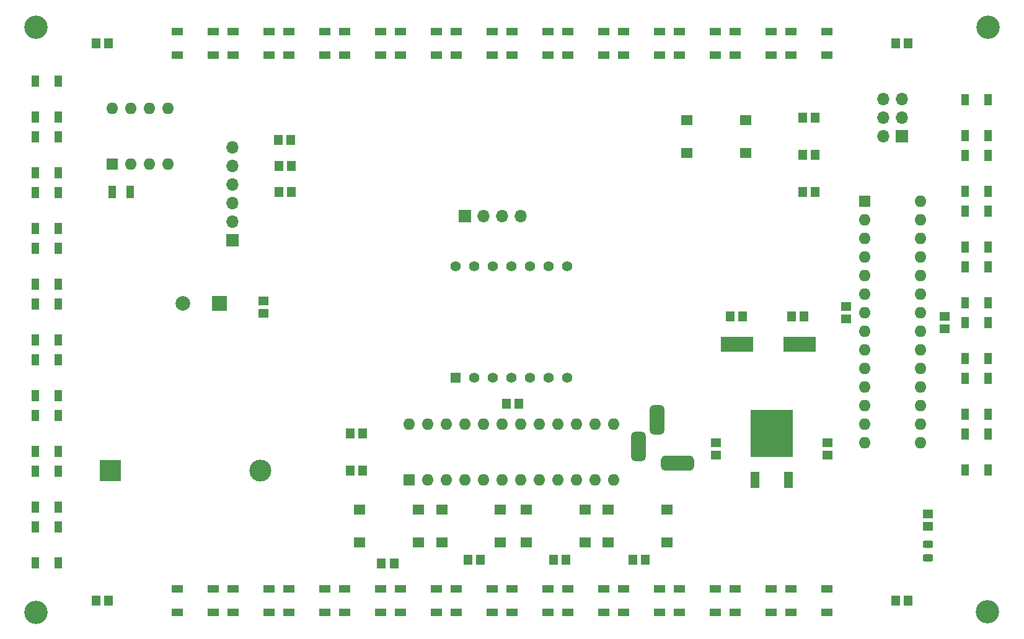
<source format=gbr>
%TF.GenerationSoftware,KiCad,Pcbnew,(6.0.5)*%
%TF.CreationDate,2022-07-21T22:29:02-04:00*%
%TF.ProjectId,clock,636c6f63-6b2e-46b6-9963-61645f706362,rev?*%
%TF.SameCoordinates,PX4cc9b70PY86327e0*%
%TF.FileFunction,Soldermask,Top*%
%TF.FilePolarity,Negative*%
%FSLAX46Y46*%
G04 Gerber Fmt 4.6, Leading zero omitted, Abs format (unit mm)*
G04 Created by KiCad (PCBNEW (6.0.5)) date 2022-07-21 22:29:02*
%MOMM*%
%LPD*%
G01*
G04 APERTURE LIST*
G04 Aperture macros list*
%AMRoundRect*
0 Rectangle with rounded corners*
0 $1 Rounding radius*
0 $2 $3 $4 $5 $6 $7 $8 $9 X,Y pos of 4 corners*
0 Add a 4 corners polygon primitive as box body*
4,1,4,$2,$3,$4,$5,$6,$7,$8,$9,$2,$3,0*
0 Add four circle primitives for the rounded corners*
1,1,$1+$1,$2,$3*
1,1,$1+$1,$4,$5*
1,1,$1+$1,$6,$7*
1,1,$1+$1,$8,$9*
0 Add four rect primitives between the rounded corners*
20,1,$1+$1,$2,$3,$4,$5,0*
20,1,$1+$1,$4,$5,$6,$7,0*
20,1,$1+$1,$6,$7,$8,$9,0*
20,1,$1+$1,$8,$9,$2,$3,0*%
G04 Aperture macros list end*
%ADD10R,1.150000X1.400000*%
%ADD11R,1.000000X1.500000*%
%ADD12R,1.500000X1.000000*%
%ADD13C,3.200000*%
%ADD14R,1.600000X1.400000*%
%ADD15R,1.400000X1.150000*%
%ADD16R,1.700000X1.700000*%
%ADD17O,1.700000X1.700000*%
%ADD18R,1.400000X1.400000*%
%ADD19C,1.400000*%
%ADD20R,1.200000X2.200000*%
%ADD21R,5.800000X6.400000*%
%ADD22R,2.000000X2.000000*%
%ADD23C,2.000000*%
%ADD24RoundRect,0.243750X0.456250X-0.243750X0.456250X0.243750X-0.456250X0.243750X-0.456250X-0.243750X0*%
%ADD25R,1.600000X1.600000*%
%ADD26O,1.600000X1.600000*%
%ADD27R,4.500000X2.000000*%
%ADD28R,3.000000X3.000000*%
%ADD29C,3.000000*%
%ADD30R,1.000000X1.800000*%
%ADD31RoundRect,0.500000X-1.750000X-0.500000X1.750000X-0.500000X1.750000X0.500000X-1.750000X0.500000X0*%
%ADD32RoundRect,0.500000X0.500000X-1.500000X0.500000X1.500000X-0.500000X1.500000X-0.500000X-1.500000X0*%
G04 APERTURE END LIST*
D10*
%TO.C,C4*%
X107608000Y44958000D03*
X109308000Y44958000D03*
%TD*%
D11*
%TO.C,D18*%
X134442000Y66966000D03*
X131242000Y66966000D03*
X131242000Y62066000D03*
X134442000Y62066000D03*
%TD*%
D12*
%TO.C,D28*%
X46572000Y83896000D03*
X46572000Y80696000D03*
X51472000Y80696000D03*
X51472000Y83896000D03*
%TD*%
D13*
%TO.C,H2*%
X134386466Y84551534D03*
%TD*%
D14*
%TO.C,SW1*%
X56578000Y14096000D03*
X48578000Y14096000D03*
X56578000Y18596000D03*
X48578000Y18596000D03*
%TD*%
D12*
%TO.C,D7*%
X74332000Y4496000D03*
X74332000Y7696000D03*
X69432000Y7696000D03*
X69432000Y4496000D03*
%TD*%
D15*
%TO.C,C2*%
X115062000Y44616000D03*
X115062000Y46316000D03*
%TD*%
D10*
%TO.C,C5*%
X99226000Y44958000D03*
X100926000Y44958000D03*
%TD*%
D13*
%TO.C,H1*%
X4386466Y84551534D03*
%TD*%
D16*
%TO.C,U5*%
X62992000Y58706000D03*
D17*
X65532000Y58706000D03*
X68072000Y58706000D03*
X70612000Y58706000D03*
%TD*%
D11*
%TO.C,D16*%
X134442000Y51726000D03*
X131242000Y51726000D03*
X131242000Y46826000D03*
X134442000Y46826000D03*
%TD*%
D10*
%TO.C,R11*%
X76796000Y11684000D03*
X75096000Y11684000D03*
%TD*%
D11*
%TO.C,D38*%
X4242000Y26506000D03*
X7442000Y26506000D03*
X7442000Y31406000D03*
X4242000Y31406000D03*
%TD*%
D12*
%TO.C,D9*%
X89572000Y4496000D03*
X89572000Y7696000D03*
X84672000Y7696000D03*
X84672000Y4496000D03*
%TD*%
D18*
%TO.C,DS1*%
X61722000Y36576000D03*
D19*
X64262000Y36576000D03*
X66802000Y36576000D03*
X69342000Y36576000D03*
X71882000Y36576000D03*
X74422000Y36576000D03*
X76962000Y36576000D03*
X76962000Y51816000D03*
X74422000Y51816000D03*
X71882000Y51816000D03*
X69342000Y51816000D03*
X66802000Y51816000D03*
X64262000Y51816000D03*
X61722000Y51816000D03*
%TD*%
D12*
%TO.C,D27*%
X54192000Y83896000D03*
X54192000Y80696000D03*
X59092000Y80696000D03*
X59092000Y83896000D03*
%TD*%
D10*
%TO.C,R15*%
X109132000Y72136000D03*
X110832000Y72136000D03*
%TD*%
D11*
%TO.C,D13*%
X134442000Y28866000D03*
X131242000Y28866000D03*
X131242000Y23966000D03*
X134442000Y23966000D03*
%TD*%
D15*
%TO.C,C6*%
X97282000Y26006000D03*
X97282000Y27706000D03*
%TD*%
D10*
%TO.C,C10*%
X14312000Y6096000D03*
X12612000Y6096000D03*
%TD*%
%TO.C,R2*%
X110832000Y67056000D03*
X109132000Y67056000D03*
%TD*%
D15*
%TO.C,C1*%
X128524000Y43258000D03*
X128524000Y44958000D03*
%TD*%
D12*
%TO.C,D11*%
X104812000Y4496000D03*
X104812000Y7696000D03*
X99912000Y7696000D03*
X99912000Y4496000D03*
%TD*%
D10*
%TO.C,C3*%
X37504000Y69088000D03*
X39204000Y69088000D03*
%TD*%
D12*
%TO.C,D6*%
X66697920Y4496000D03*
X66697920Y7696000D03*
X61797920Y7696000D03*
X61797920Y4496000D03*
%TD*%
D11*
%TO.C,D35*%
X4242000Y49366000D03*
X7442000Y49366000D03*
X7442000Y54266000D03*
X4242000Y54266000D03*
%TD*%
D13*
%TO.C,H3*%
X4386466Y4551534D03*
%TD*%
D11*
%TO.C,D14*%
X134442000Y36486000D03*
X131242000Y36486000D03*
X131242000Y31586000D03*
X134442000Y31586000D03*
%TD*%
D10*
%TO.C,R4*%
X37562000Y61976000D03*
X39262000Y61976000D03*
%TD*%
%TO.C,C11*%
X121832000Y6096000D03*
X123532000Y6096000D03*
%TD*%
D11*
%TO.C,D33*%
X4242000Y64606000D03*
X7442000Y64606000D03*
X7442000Y69506000D03*
X4242000Y69506000D03*
%TD*%
D10*
%TO.C,R9*%
X53262000Y11176000D03*
X51562000Y11176000D03*
%TD*%
%TO.C,C12*%
X121832000Y82296000D03*
X123532000Y82296000D03*
%TD*%
D12*
%TO.C,D31*%
X23712000Y83896000D03*
X23712000Y80696000D03*
X28612000Y80696000D03*
X28612000Y83896000D03*
%TD*%
D11*
%TO.C,D34*%
X4242000Y56986000D03*
X7442000Y56986000D03*
X7442000Y61886000D03*
X4242000Y61886000D03*
%TD*%
D10*
%TO.C,C13*%
X12612000Y82296000D03*
X14312000Y82296000D03*
%TD*%
D20*
%TO.C,U2*%
X102622000Y22656000D03*
D21*
X104902000Y28956000D03*
D20*
X107182000Y22656000D03*
%TD*%
D11*
%TO.C,D32*%
X4242000Y72226000D03*
X7442000Y72226000D03*
X7442000Y77126000D03*
X4242000Y77126000D03*
%TD*%
D15*
%TO.C,C7*%
X112522000Y26006000D03*
X112522000Y27706000D03*
%TD*%
D22*
%TO.C,BZ1*%
X29464000Y46736000D03*
D23*
X24464000Y46736000D03*
%TD*%
D24*
%TO.C,D50*%
X126238000Y11938500D03*
X126238000Y13813500D03*
%TD*%
D12*
%TO.C,D30*%
X31332000Y83896000D03*
X31332000Y80696000D03*
X36232000Y80696000D03*
X36232000Y83896000D03*
%TD*%
D10*
%TO.C,C9*%
X49022000Y28956000D03*
X47322000Y28956000D03*
%TD*%
D14*
%TO.C,SW3*%
X79374000Y14096000D03*
X71374000Y14096000D03*
X79374000Y18596000D03*
X71374000Y18596000D03*
%TD*%
D12*
%TO.C,D20*%
X107532000Y83896000D03*
X107532000Y80696000D03*
X112432000Y80696000D03*
X112432000Y83896000D03*
%TD*%
D13*
%TO.C,H4*%
X134366000Y4572000D03*
%TD*%
D10*
%TO.C,R3*%
X37562000Y65532000D03*
X39262000Y65532000D03*
%TD*%
D25*
%TO.C,U3*%
X55367000Y22616000D03*
D26*
X57907000Y22616000D03*
X60447000Y22616000D03*
X62987000Y22616000D03*
X65527000Y22616000D03*
X68067000Y22616000D03*
X70607000Y22616000D03*
X73147000Y22616000D03*
X75687000Y22616000D03*
X78227000Y22616000D03*
X80767000Y22616000D03*
X83307000Y22616000D03*
X83307000Y30236000D03*
X80767000Y30236000D03*
X78227000Y30236000D03*
X75687000Y30236000D03*
X73147000Y30236000D03*
X70607000Y30236000D03*
X68067000Y30236000D03*
X65527000Y30236000D03*
X62987000Y30236000D03*
X60447000Y30236000D03*
X57907000Y30236000D03*
X55367000Y30236000D03*
%TD*%
D15*
%TO.C,R1*%
X126238000Y16256000D03*
X126238000Y17956000D03*
%TD*%
%TO.C,R13*%
X35472000Y47078000D03*
X35472000Y45378000D03*
%TD*%
D10*
%TO.C,R14*%
X109132000Y61976000D03*
X110832000Y61976000D03*
%TD*%
D25*
%TO.C,U4*%
X14742000Y65796000D03*
D26*
X17282000Y65796000D03*
X19822000Y65796000D03*
X22362000Y65796000D03*
X22362000Y73416000D03*
X19822000Y73416000D03*
X17282000Y73416000D03*
X14742000Y73416000D03*
%TD*%
D12*
%TO.C,D24*%
X77052000Y83896000D03*
X77052000Y80696000D03*
X81952000Y80696000D03*
X81952000Y83896000D03*
%TD*%
D27*
%TO.C,Y1*%
X100144000Y41148000D03*
X108644000Y41148000D03*
%TD*%
D12*
%TO.C,D25*%
X69432000Y83896000D03*
X69432000Y80696000D03*
X74332000Y80696000D03*
X74332000Y83896000D03*
%TD*%
%TO.C,D22*%
X92292000Y83896000D03*
X92292000Y80696000D03*
X97192000Y80696000D03*
X97192000Y83896000D03*
%TD*%
%TO.C,D10*%
X97192000Y4496000D03*
X97192000Y7696000D03*
X92292000Y7696000D03*
X92292000Y4496000D03*
%TD*%
D10*
%TO.C,C8*%
X49022000Y23876000D03*
X47322000Y23876000D03*
%TD*%
%TO.C,R12*%
X87630000Y11684000D03*
X85930000Y11684000D03*
%TD*%
D11*
%TO.C,D17*%
X134442000Y59346000D03*
X131242000Y59346000D03*
X131242000Y54446000D03*
X134442000Y54446000D03*
%TD*%
%TO.C,D19*%
X134442000Y74586000D03*
X131242000Y74586000D03*
X131242000Y69686000D03*
X134442000Y69686000D03*
%TD*%
D12*
%TO.C,D8*%
X81952000Y4496000D03*
X81952000Y7696000D03*
X77052000Y7696000D03*
X77052000Y4496000D03*
%TD*%
%TO.C,D26*%
X61812000Y83896000D03*
X61812000Y80696000D03*
X66712000Y80696000D03*
X66712000Y83896000D03*
%TD*%
%TO.C,D23*%
X84672000Y83896000D03*
X84672000Y80696000D03*
X89572000Y80696000D03*
X89572000Y83896000D03*
%TD*%
D25*
%TO.C,U1*%
X117602000Y60696000D03*
D26*
X117602000Y58156000D03*
X117602000Y55616000D03*
X117602000Y53076000D03*
X117602000Y50536000D03*
X117602000Y47996000D03*
X117602000Y45456000D03*
X117602000Y42916000D03*
X117602000Y40376000D03*
X117602000Y37836000D03*
X117602000Y35296000D03*
X117602000Y32756000D03*
X117602000Y30216000D03*
X117602000Y27676000D03*
X125222000Y27676000D03*
X125222000Y30216000D03*
X125222000Y32756000D03*
X125222000Y35296000D03*
X125222000Y37836000D03*
X125222000Y40376000D03*
X125222000Y42916000D03*
X125222000Y45456000D03*
X125222000Y47996000D03*
X125222000Y50536000D03*
X125222000Y53076000D03*
X125222000Y55616000D03*
X125222000Y58156000D03*
X125222000Y60696000D03*
%TD*%
D12*
%TO.C,D21*%
X99912000Y83896000D03*
X99912000Y80696000D03*
X104812000Y80696000D03*
X104812000Y83896000D03*
%TD*%
D28*
%TO.C,BT1*%
X14548314Y23875983D03*
D29*
X35038314Y23875983D03*
%TD*%
D12*
%TO.C,D2*%
X36232000Y4496000D03*
X36232000Y7696000D03*
X31332000Y7696000D03*
X31332000Y4496000D03*
%TD*%
D14*
%TO.C,SW5*%
X101282000Y67346000D03*
X93282000Y67346000D03*
X101282000Y71846000D03*
X93282000Y71846000D03*
%TD*%
D11*
%TO.C,D15*%
X134442000Y44106000D03*
X131242000Y44106000D03*
X131242000Y39206000D03*
X134442000Y39206000D03*
%TD*%
%TO.C,D36*%
X4242000Y41746000D03*
X7442000Y41746000D03*
X7442000Y46646000D03*
X4242000Y46646000D03*
%TD*%
D12*
%TO.C,D5*%
X59092000Y4496000D03*
X59092000Y7696000D03*
X54192000Y7696000D03*
X54192000Y4496000D03*
%TD*%
%TO.C,D3*%
X43852000Y4496000D03*
X43852000Y7696000D03*
X38952000Y7696000D03*
X38952000Y4496000D03*
%TD*%
D11*
%TO.C,D37*%
X4242000Y34126000D03*
X7442000Y34126000D03*
X7442000Y39026000D03*
X4242000Y39026000D03*
%TD*%
D16*
%TO.C,J2*%
X31242000Y55372000D03*
D17*
X31242000Y57912000D03*
X31242000Y60452000D03*
X31242000Y62992000D03*
X31242000Y65532000D03*
X31242000Y68072000D03*
%TD*%
D12*
%TO.C,D1*%
X28612000Y4496000D03*
X28612000Y7696000D03*
X23712000Y7696000D03*
X23712000Y4496000D03*
%TD*%
D30*
%TO.C,Y2*%
X14752000Y61976000D03*
X17252000Y61976000D03*
%TD*%
D10*
%TO.C,R5*%
X68658000Y33020000D03*
X70358000Y33020000D03*
%TD*%
D14*
%TO.C,SW2*%
X67818000Y14096000D03*
X59818000Y14096000D03*
X67818000Y18596000D03*
X59818000Y18596000D03*
%TD*%
D16*
%TO.C,J3*%
X122682000Y69596000D03*
D17*
X120142000Y69596000D03*
X122682000Y72136000D03*
X120142000Y72136000D03*
X122682000Y74676000D03*
X120142000Y74676000D03*
%TD*%
D12*
%TO.C,D12*%
X112432000Y4496000D03*
X112432000Y7696000D03*
X107532000Y7696000D03*
X107532000Y4496000D03*
%TD*%
%TO.C,D29*%
X38952000Y83896000D03*
X38952000Y80696000D03*
X43852000Y80696000D03*
X43852000Y83896000D03*
%TD*%
%TO.C,D4*%
X51472000Y4496000D03*
X51472000Y7696000D03*
X46572000Y7696000D03*
X46572000Y4496000D03*
%TD*%
D11*
%TO.C,D39*%
X4242000Y18886000D03*
X7442000Y18886000D03*
X7442000Y23786000D03*
X4242000Y23786000D03*
%TD*%
%TO.C,D40*%
X4242000Y11266000D03*
X7442000Y11266000D03*
X7442000Y16166000D03*
X4242000Y16166000D03*
%TD*%
D14*
%TO.C,SW4*%
X90550000Y14096000D03*
X82550000Y14096000D03*
X90550000Y18596000D03*
X82550000Y18596000D03*
%TD*%
D10*
%TO.C,R10*%
X65112000Y11684000D03*
X63412000Y11684000D03*
%TD*%
D31*
%TO.C,J1*%
X91982011Y24877998D03*
D32*
X86682011Y27177998D03*
X89182011Y30877998D03*
%TD*%
M02*

</source>
